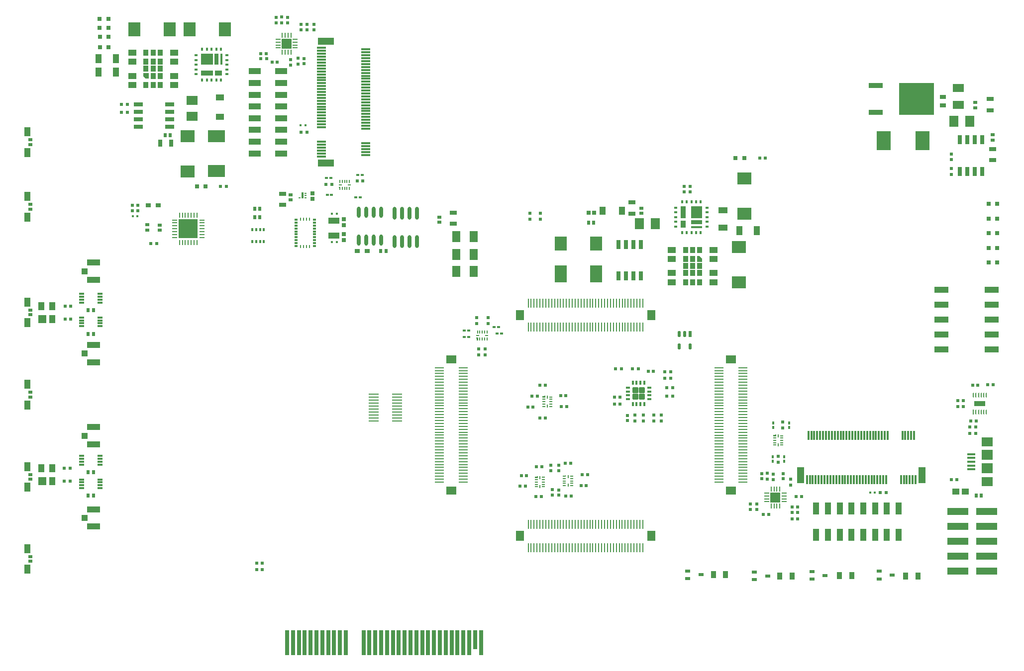
<source format=gtp>
G04*
G04 #@! TF.GenerationSoftware,Altium Limited,Altium Designer,24.4.1 (13)*
G04*
G04 Layer_Color=8421504*
%FSLAX44Y44*%
%MOMM*%
G71*
G04*
G04 #@! TF.SameCoordinates,C219BC17-0EE8-4F2A-9735-B7F9450BE7D0*
G04*
G04*
G04 #@! TF.FilePolarity,Positive*
G04*
G01*
G75*
G04:AMPARAMS|DCode=30|XSize=0.939mm|YSize=0.939mm|CornerRadius=0.0517mm|HoleSize=0mm|Usage=FLASHONLY|Rotation=90.000|XOffset=0mm|YOffset=0mm|HoleType=Round|Shape=RoundedRectangle|*
%AMROUNDEDRECTD30*
21,1,0.9390,0.8357,0,0,90.0*
21,1,0.8357,0.9390,0,0,90.0*
1,1,0.1033,0.4179,0.4179*
1,1,0.1033,0.4179,-0.4179*
1,1,0.1033,-0.4179,-0.4179*
1,1,0.1033,-0.4179,0.4179*
%
%ADD30ROUNDEDRECTD30*%
%ADD31R,1.8231X0.9231*%
%ADD32R,0.5000X0.2000*%
%ADD33R,0.2000X0.5000*%
%ADD34R,0.5000X0.2000*%
%ADD35R,0.2000X0.5000*%
%ADD36R,0.9000X0.8000*%
%ADD37R,0.5000X0.6000*%
%ADD38R,0.6000X0.5000*%
%ADD39R,0.9000X1.2000*%
%ADD40R,1.0500X1.6000*%
%ADD41R,1.6000X1.0500*%
%ADD42R,0.6400X0.6000*%
%ADD43R,0.6000X0.6400*%
%ADD44R,1.3000X0.7000*%
%ADD45R,0.7000X1.3000*%
%ADD46R,1.5499X0.2499*%
%ADD47R,1.7000X1.3500*%
%ADD48R,1.3500X1.7000*%
%ADD49R,0.2499X1.5499*%
%ADD50R,0.9000X0.5000*%
%ADD51R,1.0000X0.7200*%
%ADD52R,0.7112X4.1910*%
%ADD53R,0.7112X3.2004*%
%ADD54R,0.5321X1.0383*%
G04:AMPARAMS|DCode=55|XSize=1.0383mm|YSize=0.5321mm|CornerRadius=0.2661mm|HoleSize=0mm|Usage=FLASHONLY|Rotation=270.000|XOffset=0mm|YOffset=0mm|HoleType=Round|Shape=RoundedRectangle|*
%AMROUNDEDRECTD55*
21,1,1.0383,0.0000,0,0,270.0*
21,1,0.5061,0.5321,0,0,270.0*
1,1,0.5321,0.0000,-0.2531*
1,1,0.5321,0.0000,0.2531*
1,1,0.5321,0.0000,0.2531*
1,1,0.5321,0.0000,-0.2531*
%
%ADD55ROUNDEDRECTD55*%
%ADD56O,0.6000X2.2000*%
%ADD57O,0.6000X1.9000*%
%ADD58R,0.4750X0.3500*%
%ADD59R,0.2500X0.4750*%
%ADD60R,0.3500X0.5000*%
%ADD61R,1.8000X0.2500*%
%ADD62R,1.0000X1.4000*%
%ADD63R,1.4000X1.4000*%
%ADD64R,1.1200X2.1050*%
%ADD65R,1.0500X1.0000*%
%ADD66R,2.2000X1.0500*%
%ADD67R,0.9000X0.2600*%
%ADD68R,0.2600X0.9000*%
%ADD69R,3.2500X3.2500*%
%ADD70R,0.8500X0.3000*%
%ADD71R,1.4500X1.9000*%
%ADD72R,1.1000X1.3500*%
%ADD73R,1.9900X2.3300*%
%ADD74R,0.7393X0.6725*%
%ADD75R,1.5000X1.8500*%
%ADD76R,0.9000X1.0000*%
%ADD77C,0.7413*%
%ADD78R,1.4000X1.0000*%
G04:AMPARAMS|DCode=79|XSize=1.55mm|YSize=0.6mm|CornerRadius=0.051mm|HoleSize=0mm|Usage=FLASHONLY|Rotation=90.000|XOffset=0mm|YOffset=0mm|HoleType=Round|Shape=RoundedRectangle|*
%AMROUNDEDRECTD79*
21,1,1.5500,0.4980,0,0,90.0*
21,1,1.4480,0.6000,0,0,90.0*
1,1,0.1020,0.2490,0.7240*
1,1,0.1020,0.2490,-0.7240*
1,1,0.1020,-0.2490,-0.7240*
1,1,0.1020,-0.2490,0.7240*
%
%ADD79ROUNDEDRECTD79*%
%ADD80R,2.4000X3.3000*%
%ADD81R,0.5000X0.5000*%
%ADD82R,1.3061X1.0582*%
%ADD83R,0.4750X0.5000*%
%ADD84R,2.4400X1.1300*%
%ADD85R,0.2225X0.8397*%
G04:AMPARAMS|DCode=86|XSize=0.8397mm|YSize=0.2225mm|CornerRadius=0.1112mm|HoleSize=0mm|Usage=FLASHONLY|Rotation=90.000|XOffset=0mm|YOffset=0mm|HoleType=Round|Shape=RoundedRectangle|*
%AMROUNDEDRECTD86*
21,1,0.8397,0.0000,0,0,90.0*
21,1,0.6172,0.2225,0,0,90.0*
1,1,0.2225,0.0000,0.3086*
1,1,0.2225,0.0000,-0.3086*
1,1,0.2225,0.0000,-0.3086*
1,1,0.2225,0.0000,0.3086*
%
%ADD86ROUNDEDRECTD86*%
%ADD87R,0.4500X0.4500*%
%ADD88R,0.7200X0.7200*%
%ADD89R,3.6800X1.2700*%
G04:AMPARAMS|DCode=90|XSize=0.3mm|YSize=0.75mm|CornerRadius=0.0495mm|HoleSize=0mm|Usage=FLASHONLY|Rotation=180.000|XOffset=0mm|YOffset=0mm|HoleType=Round|Shape=RoundedRectangle|*
%AMROUNDEDRECTD90*
21,1,0.3000,0.6510,0,0,180.0*
21,1,0.2010,0.7500,0,0,180.0*
1,1,0.0990,-0.1005,0.3255*
1,1,0.0990,0.1005,0.3255*
1,1,0.0990,0.1005,-0.3255*
1,1,0.0990,-0.1005,-0.3255*
%
%ADD90ROUNDEDRECTD90*%
G04:AMPARAMS|DCode=91|XSize=0.3mm|YSize=0.75mm|CornerRadius=0.0495mm|HoleSize=0mm|Usage=FLASHONLY|Rotation=90.000|XOffset=0mm|YOffset=0mm|HoleType=Round|Shape=RoundedRectangle|*
%AMROUNDEDRECTD91*
21,1,0.3000,0.6510,0,0,90.0*
21,1,0.2010,0.7500,0,0,90.0*
1,1,0.0990,0.3255,0.1005*
1,1,0.0990,0.3255,-0.1005*
1,1,0.0990,-0.3255,-0.1005*
1,1,0.0990,-0.3255,0.1005*
%
%ADD91ROUNDEDRECTD91*%
%ADD92R,1.9000X1.1000*%
%ADD93R,0.8890X1.2954*%
%ADD94R,0.8890X2.1082*%
%ADD95R,1.8796X2.1082*%
%ADD96R,1.8796X0.6604*%
%ADD97R,1.8796X0.3556*%
%ADD98R,0.3302X0.5080*%
%ADD99R,0.5080X0.3302*%
%ADD100R,1.9000X1.8000*%
%ADD101R,1.3500X0.4000*%
%ADD102R,5.9182X5.5118*%
%ADD103R,2.4892X0.9398*%
%ADD104R,3.0000X2.0000*%
%ADD105R,2.3300X1.9900*%
%ADD106R,0.3000X1.5500*%
%ADD107R,1.2000X2.7500*%
%ADD108R,0.8128X0.2540*%
%ADD109R,0.2540X0.8128*%
%ADD110R,1.8034X1.8034*%
%ADD111R,0.8000X0.8000*%
%ADD112R,0.8000X0.5000*%
%ADD113R,1.0000X1.5000*%
%ADD114R,0.5500X0.5500*%
G04:AMPARAMS|DCode=115|XSize=1.55mm|YSize=0.6mm|CornerRadius=0.051mm|HoleSize=0mm|Usage=FLASHONLY|Rotation=0.000|XOffset=0mm|YOffset=0mm|HoleType=Round|Shape=RoundedRectangle|*
%AMROUNDEDRECTD115*
21,1,1.5500,0.4980,0,0,0.0*
21,1,1.4480,0.6000,0,0,0.0*
1,1,0.1020,0.7240,-0.2490*
1,1,0.1020,-0.7240,-0.2490*
1,1,0.1020,-0.7240,0.2490*
1,1,0.1020,0.7240,0.2490*
%
%ADD115ROUNDEDRECTD115*%
%ADD116R,0.3700X0.2400*%
%ADD117R,0.4000X1.0800*%
%ADD118R,2.1050X1.1200*%
%ADD119R,0.4500X0.5000*%
%ADD120R,0.5500X0.5500*%
%ADD121R,0.5000X0.4500*%
%ADD122R,1.5500X0.3000*%
%ADD123R,2.7500X1.2000*%
%ADD124R,1.2954X0.8890*%
%ADD125R,2.1082X0.8890*%
%ADD126R,2.1082X1.8796*%
%ADD127R,0.6604X1.8796*%
%ADD128R,0.3556X1.8796*%
%ADD129R,2.0000X3.0000*%
%ADD130R,1.8500X1.5000*%
%ADD131R,1.3500X1.1000*%
%ADD132R,0.6725X0.7393*%
%ADD133R,1.9000X1.4500*%
%ADD134R,1.9000X1.5750*%
G36*
X223500Y998000D02*
X219000D01*
X214500Y1002500D01*
Y1008000D01*
X223500D01*
Y998000D01*
D02*
G37*
G36*
X550000Y808500D02*
X548000D01*
Y812000D01*
X547000D01*
Y813500D01*
X550000D01*
Y808500D01*
D02*
G37*
G36*
X1165500Y691500D02*
Y686000D01*
X1156500D01*
Y696000D01*
X1161000D01*
X1165500Y691500D01*
D02*
G37*
G36*
X784000Y552500D02*
X782000D01*
Y556000D01*
X781000D01*
Y557500D01*
X784000D01*
Y552500D01*
D02*
G37*
G36*
X898500Y455000D02*
X893500D01*
Y457000D01*
X897000D01*
Y458000D01*
X898500D01*
Y455000D01*
D02*
G37*
G36*
X1291500Y389000D02*
X1286500D01*
Y391000D01*
X1290000D01*
Y392000D01*
X1291500D01*
Y389000D01*
D02*
G37*
G36*
X933500Y320000D02*
X928500D01*
Y322000D01*
X932000D01*
Y323000D01*
X933500D01*
Y320000D01*
D02*
G37*
G36*
X885500Y318000D02*
X880500D01*
Y320000D01*
X884000D01*
Y321000D01*
X885500D01*
Y318000D01*
D02*
G37*
D30*
X1051305Y467695D02*
D03*
Y456305D02*
D03*
X1062695D02*
D03*
Y467695D02*
D03*
D31*
X1637751Y444846D02*
D03*
D32*
X564500Y817000D02*
D03*
X549500Y817000D02*
D03*
X798499Y561001D02*
D03*
X783501Y560999D02*
D03*
D33*
X553000Y811000D02*
D03*
X557000D02*
D03*
X561000D02*
D03*
X565000Y811000D02*
D03*
X565000Y823000D02*
D03*
X561000Y822999D02*
D03*
X557000D02*
D03*
X553000D02*
D03*
X549001Y823000D02*
D03*
X787000Y555000D02*
D03*
X791000D02*
D03*
X795000D02*
D03*
X799000Y555000D02*
D03*
X799000Y567000D02*
D03*
X795000Y567000D02*
D03*
X791000D02*
D03*
X787000D02*
D03*
X783000Y567000D02*
D03*
D34*
X1301000Y390000D02*
D03*
Y386000D02*
D03*
Y382000D02*
D03*
Y378000D02*
D03*
Y374000D02*
D03*
X1289000D02*
D03*
Y378000D02*
D03*
Y382000D02*
D03*
Y386000D02*
D03*
X908000Y456000D02*
D03*
Y452000D02*
D03*
Y448000D02*
D03*
Y444000D02*
D03*
Y440000D02*
D03*
X896000D02*
D03*
Y444000D02*
D03*
Y448000D02*
D03*
Y452000D02*
D03*
X943000Y321000D02*
D03*
Y317000D02*
D03*
Y313000D02*
D03*
Y309000D02*
D03*
Y305000D02*
D03*
X931000D02*
D03*
Y309000D02*
D03*
Y313000D02*
D03*
Y317000D02*
D03*
X895000Y319000D02*
D03*
Y315000D02*
D03*
Y311000D02*
D03*
Y307000D02*
D03*
Y303000D02*
D03*
X883000D02*
D03*
Y307000D02*
D03*
Y311000D02*
D03*
Y315000D02*
D03*
D35*
X1295000Y389500D02*
D03*
Y374500D02*
D03*
X902000Y455500D02*
D03*
Y440500D02*
D03*
X937000Y320500D02*
D03*
Y305500D02*
D03*
X889000Y318500D02*
D03*
Y303500D02*
D03*
D36*
X578500Y705000D02*
D03*
X595500D02*
D03*
X239853Y782525D02*
D03*
X222853D02*
D03*
D37*
X578000Y824000D02*
D03*
X588000D02*
D03*
X535000Y818000D02*
D03*
X525000D02*
D03*
X424000Y1032000D02*
D03*
X414000D02*
D03*
X1318000Y259000D02*
D03*
X1328000D02*
D03*
X1047000Y504000D02*
D03*
X1057000D02*
D03*
X1028000D02*
D03*
X1018000D02*
D03*
X1105000Y472000D02*
D03*
X1115000D02*
D03*
X1105000Y457000D02*
D03*
X1115000D02*
D03*
X1102000Y499000D02*
D03*
X1112000D02*
D03*
X1102000Y488000D02*
D03*
X1112000D02*
D03*
X195353Y782525D02*
D03*
X205353D02*
D03*
X195353Y773525D02*
D03*
X205353D02*
D03*
X1273000Y863000D02*
D03*
X1263000D02*
D03*
X356000Y815000D02*
D03*
X346000D02*
D03*
X1632000Y415000D02*
D03*
X1622000D02*
D03*
X493000Y907000D02*
D03*
X483000D02*
D03*
X90000Y313000D02*
D03*
X80000D02*
D03*
X91000Y589000D02*
D03*
X81000D02*
D03*
X90000Y335000D02*
D03*
X80000D02*
D03*
X91000Y611000D02*
D03*
X81000D02*
D03*
X1478000Y293000D02*
D03*
X1468000D02*
D03*
X187000Y954000D02*
D03*
X177000D02*
D03*
X187000Y941000D02*
D03*
X177000D02*
D03*
X407000Y162000D02*
D03*
X417000D02*
D03*
X407000Y173000D02*
D03*
X417000D02*
D03*
X227000Y717000D02*
D03*
X237000D02*
D03*
D38*
X1295000Y355000D02*
D03*
Y345000D02*
D03*
X1302000Y403000D02*
D03*
Y413000D02*
D03*
X478000Y1033000D02*
D03*
Y1023000D02*
D03*
X493000Y1081000D02*
D03*
Y1091000D02*
D03*
X1258000Y274000D02*
D03*
Y264000D02*
D03*
X450000Y1093000D02*
D03*
Y1103000D02*
D03*
X1316000Y306000D02*
D03*
Y316000D02*
D03*
X1276000Y316000D02*
D03*
Y326000D02*
D03*
X796000Y528000D02*
D03*
Y538000D02*
D03*
X801000Y591000D02*
D03*
Y581000D02*
D03*
X785000Y528000D02*
D03*
Y538000D02*
D03*
X782000Y591000D02*
D03*
Y581000D02*
D03*
X1065000Y425000D02*
D03*
Y415000D02*
D03*
X1051000Y425000D02*
D03*
Y415000D02*
D03*
X1096000Y425000D02*
D03*
Y415000D02*
D03*
X1083000Y425000D02*
D03*
Y415000D02*
D03*
X1135000Y805000D02*
D03*
Y815000D02*
D03*
X890000Y769000D02*
D03*
Y759000D02*
D03*
X872000Y769000D02*
D03*
Y759000D02*
D03*
X1145000Y815000D02*
D03*
Y805000D02*
D03*
X1589000Y845000D02*
D03*
Y835000D02*
D03*
Y860000D02*
D03*
Y870000D02*
D03*
D39*
X1398700Y152007D02*
D03*
X1419700D02*
D03*
X1511700Y151007D02*
D03*
X1532700D02*
D03*
X1297360Y151186D02*
D03*
X1318360D02*
D03*
X1184360Y153186D02*
D03*
X1205360D02*
D03*
D40*
X1228492Y739000D02*
D03*
X1257992D02*
D03*
X167750Y1032000D02*
D03*
X138250D02*
D03*
X167750Y1009000D02*
D03*
X138250D02*
D03*
D41*
X1201000Y744250D02*
D03*
Y773750D02*
D03*
D42*
X221000Y749400D02*
D03*
Y740600D02*
D03*
X465000Y800400D02*
D03*
Y791600D02*
D03*
X1062000Y777400D02*
D03*
Y768600D02*
D03*
X717827Y753335D02*
D03*
Y762135D02*
D03*
X242000Y749000D02*
D03*
Y740200D02*
D03*
X1630000Y948600D02*
D03*
Y957400D02*
D03*
X1660000Y893600D02*
D03*
Y902400D02*
D03*
D43*
X980761Y752500D02*
D03*
X971961D02*
D03*
X1640400Y288000D02*
D03*
X1631600D02*
D03*
X129400Y563000D02*
D03*
X120600D02*
D03*
X129400Y288000D02*
D03*
X120600D02*
D03*
X129400Y328000D02*
D03*
X120600D02*
D03*
X129400Y604000D02*
D03*
X120600D02*
D03*
X412686Y776425D02*
D03*
X403886D02*
D03*
X412848Y761987D02*
D03*
X404048D02*
D03*
X627150Y704250D02*
D03*
X618350D02*
D03*
X260400Y902000D02*
D03*
X251600D02*
D03*
D44*
X1046000Y787500D02*
D03*
Y768500D02*
D03*
X1660000Y859370D02*
D03*
Y878370D02*
D03*
X451500Y783000D02*
D03*
Y802000D02*
D03*
X741638Y770000D02*
D03*
Y751000D02*
D03*
X1655000Y944500D02*
D03*
Y963500D02*
D03*
D45*
X243000Y888500D02*
D03*
X262000D02*
D03*
D46*
X1234624Y315932D02*
D03*
X1194126Y450930D02*
D03*
Y315932D02*
D03*
Y310930D02*
D03*
X1234624D02*
D03*
Y335932D02*
D03*
Y360930D02*
D03*
Y385932D02*
D03*
Y410930D02*
D03*
Y435931D02*
D03*
Y460930D02*
D03*
Y485931D02*
D03*
X1194126Y335932D02*
D03*
Y360930D02*
D03*
Y385932D02*
D03*
Y410930D02*
D03*
Y435931D02*
D03*
Y460930D02*
D03*
Y485931D02*
D03*
Y320930D02*
D03*
X1234624D02*
D03*
X1194126Y455931D02*
D03*
X1234624Y420930D02*
D03*
Y405932D02*
D03*
X1194126Y465931D02*
D03*
X1234624Y505931D02*
D03*
X1194126Y480930D02*
D03*
Y505931D02*
D03*
Y490930D02*
D03*
X1234624Y390930D02*
D03*
Y425932D02*
D03*
Y500930D02*
D03*
X1194126Y495931D02*
D03*
X1234624Y395932D02*
D03*
Y480930D02*
D03*
Y465931D02*
D03*
Y490930D02*
D03*
Y415932D02*
D03*
Y400930D02*
D03*
Y430930D02*
D03*
Y445931D02*
D03*
Y450930D02*
D03*
Y475931D02*
D03*
Y440930D02*
D03*
X1194126Y500930D02*
D03*
X1234624Y495931D02*
D03*
X1194126Y475931D02*
D03*
X1234624Y375932D02*
D03*
Y380930D02*
D03*
Y470930D02*
D03*
Y455931D02*
D03*
X1194126Y440930D02*
D03*
Y445931D02*
D03*
X1234624Y345932D02*
D03*
X1194126Y405932D02*
D03*
Y395932D02*
D03*
X1234624Y330930D02*
D03*
X1194126Y420930D02*
D03*
Y380930D02*
D03*
Y370930D02*
D03*
Y350930D02*
D03*
X1234624Y340930D02*
D03*
Y365932D02*
D03*
X1194126Y415932D02*
D03*
Y470930D02*
D03*
Y340930D02*
D03*
Y330930D02*
D03*
X1234624Y325932D02*
D03*
Y355932D02*
D03*
Y370930D02*
D03*
Y350930D02*
D03*
X1194126Y390930D02*
D03*
Y400930D02*
D03*
Y345932D02*
D03*
Y375932D02*
D03*
Y355932D02*
D03*
Y325932D02*
D03*
Y365932D02*
D03*
Y430930D02*
D03*
Y425932D02*
D03*
X717899Y500955D02*
D03*
X758397Y365956D02*
D03*
Y500955D02*
D03*
Y505956D02*
D03*
X717899D02*
D03*
Y480955D02*
D03*
Y455956D02*
D03*
Y430955D02*
D03*
Y405956D02*
D03*
Y380955D02*
D03*
Y355956D02*
D03*
Y330955D02*
D03*
X758397Y480955D02*
D03*
Y455956D02*
D03*
Y430955D02*
D03*
Y405956D02*
D03*
Y380955D02*
D03*
Y355956D02*
D03*
Y330955D02*
D03*
Y495956D02*
D03*
X717899D02*
D03*
X758397Y360955D02*
D03*
X717899Y395956D02*
D03*
Y410955D02*
D03*
X758397Y350955D02*
D03*
X717899Y310955D02*
D03*
X758397Y335956D02*
D03*
Y310955D02*
D03*
Y325956D02*
D03*
X717899Y425956D02*
D03*
Y390955D02*
D03*
Y315956D02*
D03*
X758397Y320955D02*
D03*
X717899Y420955D02*
D03*
Y335956D02*
D03*
Y350955D02*
D03*
Y325956D02*
D03*
Y400955D02*
D03*
Y415956D02*
D03*
Y385956D02*
D03*
Y370955D02*
D03*
Y365956D02*
D03*
Y340955D02*
D03*
Y375956D02*
D03*
X758397Y315956D02*
D03*
X717899Y320955D02*
D03*
X758397Y340955D02*
D03*
X717899Y440955D02*
D03*
Y435956D02*
D03*
Y345956D02*
D03*
Y360955D02*
D03*
X758397Y375956D02*
D03*
Y370955D02*
D03*
X717899Y470955D02*
D03*
X758397Y410955D02*
D03*
Y420955D02*
D03*
X717899Y485956D02*
D03*
X758397Y395956D02*
D03*
Y435956D02*
D03*
Y445956D02*
D03*
Y465956D02*
D03*
X717899Y475956D02*
D03*
Y450955D02*
D03*
X758397Y400955D02*
D03*
Y345956D02*
D03*
Y475956D02*
D03*
Y485956D02*
D03*
X717899Y490955D02*
D03*
Y460955D02*
D03*
Y445956D02*
D03*
Y465956D02*
D03*
X758397Y425956D02*
D03*
Y415956D02*
D03*
Y470955D02*
D03*
Y440955D02*
D03*
Y460955D02*
D03*
Y490955D02*
D03*
Y450955D02*
D03*
Y385956D02*
D03*
Y390955D02*
D03*
D47*
X1214261Y296693D02*
D03*
Y520193D02*
D03*
X738261D02*
D03*
Y296693D02*
D03*
D48*
X855011Y595193D02*
D03*
X1078511D02*
D03*
Y219193D02*
D03*
X855011D02*
D03*
D49*
X949273Y575058D02*
D03*
X944274D02*
D03*
X1009273D02*
D03*
X1049273D02*
D03*
X1019273D02*
D03*
X999273D02*
D03*
X1029273D02*
D03*
X974274D02*
D03*
X984274D02*
D03*
X1024274Y615556D02*
D03*
X1004274D02*
D03*
X1019273D02*
D03*
X1049273D02*
D03*
X1044274Y575058D02*
D03*
X1034274D02*
D03*
X904275D02*
D03*
X959273D02*
D03*
X1009273Y615556D02*
D03*
X1034274D02*
D03*
X1024274Y575058D02*
D03*
X1004274D02*
D03*
X994274D02*
D03*
X954274D02*
D03*
X1044274Y615556D02*
D03*
X979273Y575058D02*
D03*
X969273D02*
D03*
X1029273Y615556D02*
D03*
X929273Y575058D02*
D03*
X934274D02*
D03*
X919273Y615556D02*
D03*
X904275D02*
D03*
X994274D02*
D03*
X999273D02*
D03*
X899273Y575058D02*
D03*
X879273Y615556D02*
D03*
X874275Y575058D02*
D03*
X934274Y615556D02*
D03*
X899273D02*
D03*
X924274D02*
D03*
X929273D02*
D03*
X944274D02*
D03*
X974274D02*
D03*
X959273D02*
D03*
X884275D02*
D03*
X909273D02*
D03*
X894275D02*
D03*
X979273D02*
D03*
X879273Y575058D02*
D03*
X874275Y615556D02*
D03*
X949273D02*
D03*
X984274D02*
D03*
X884275Y575058D02*
D03*
X869273D02*
D03*
X894275D02*
D03*
X869273Y615556D02*
D03*
X909273Y575058D02*
D03*
X969273Y615556D02*
D03*
X954274D02*
D03*
X919273Y575058D02*
D03*
X1054274Y615556D02*
D03*
Y575058D02*
D03*
X889273D02*
D03*
X914274D02*
D03*
X939273D02*
D03*
X964274D02*
D03*
X989273D02*
D03*
X1014274D02*
D03*
X1039273D02*
D03*
X889273Y615556D02*
D03*
X914274D02*
D03*
X939273D02*
D03*
X964274D02*
D03*
X989273D02*
D03*
X1014274D02*
D03*
X1039273D02*
D03*
X1064274D02*
D03*
Y575058D02*
D03*
X1059273D02*
D03*
X924274D02*
D03*
X1059273Y615556D02*
D03*
X984249Y239329D02*
D03*
X989248D02*
D03*
X924250D02*
D03*
X884250D02*
D03*
X914250D02*
D03*
X934250D02*
D03*
X904250D02*
D03*
X959248D02*
D03*
X949248D02*
D03*
X909248Y198831D02*
D03*
X929248D02*
D03*
X914250D02*
D03*
X884250D02*
D03*
X889249Y239329D02*
D03*
X899248D02*
D03*
X1029248D02*
D03*
X974250D02*
D03*
X924250Y198831D02*
D03*
X899248D02*
D03*
X909248Y239329D02*
D03*
X929248D02*
D03*
X939248D02*
D03*
X979248D02*
D03*
X889249Y198831D02*
D03*
X954250Y239329D02*
D03*
X964250D02*
D03*
X904250Y198831D02*
D03*
X1004249Y239329D02*
D03*
X999248D02*
D03*
X1014249Y198831D02*
D03*
X1029248D02*
D03*
X939248D02*
D03*
X934250D02*
D03*
X1034249Y239329D02*
D03*
X1054249Y198831D02*
D03*
X1059248Y239329D02*
D03*
X999248Y198831D02*
D03*
X1034249D02*
D03*
X1009248D02*
D03*
X1004249D02*
D03*
X989248D02*
D03*
X959248D02*
D03*
X974250D02*
D03*
X1049248D02*
D03*
X1024249D02*
D03*
X1039248D02*
D03*
X954250D02*
D03*
X1054249Y239329D02*
D03*
X1059248Y198831D02*
D03*
X984249D02*
D03*
X949248D02*
D03*
X1049248Y239329D02*
D03*
X1064249D02*
D03*
X1039248D02*
D03*
X1064249Y198831D02*
D03*
X1024249Y239329D02*
D03*
X964250Y198831D02*
D03*
X979248D02*
D03*
X1014249Y239329D02*
D03*
X879249Y198831D02*
D03*
Y239329D02*
D03*
X1044249D02*
D03*
X1019248D02*
D03*
X994249D02*
D03*
X969248D02*
D03*
X944250D02*
D03*
X919248D02*
D03*
X894250D02*
D03*
X1044249Y198831D02*
D03*
X1019248D02*
D03*
X994249D02*
D03*
X969248D02*
D03*
X944250D02*
D03*
X919248D02*
D03*
X894250D02*
D03*
X869249D02*
D03*
Y239329D02*
D03*
X874250D02*
D03*
X1009248D02*
D03*
X874250Y198831D02*
D03*
D50*
X1351950Y158507D02*
D03*
Y145507D02*
D03*
X1374450Y152007D02*
D03*
X1163110Y153186D02*
D03*
X1140610Y146686D02*
D03*
Y159686D02*
D03*
X1276860Y151186D02*
D03*
X1254360Y144686D02*
D03*
Y157686D02*
D03*
X1488700Y152507D02*
D03*
X1466200Y146007D02*
D03*
Y159007D02*
D03*
D51*
X1575000Y953100D02*
D03*
Y966900D02*
D03*
D52*
X649000Y37376D02*
D03*
X629000D02*
D03*
X599000D02*
D03*
X719000D02*
D03*
X489000D02*
D03*
X519000D02*
D03*
X679000D02*
D03*
X689000D02*
D03*
X729000D02*
D03*
X759000D02*
D03*
X559000D02*
D03*
X509000D02*
D03*
X499000D02*
D03*
X769000D02*
D03*
X589000D02*
D03*
X539000D02*
D03*
X549000D02*
D03*
X609000D02*
D03*
X619000D02*
D03*
X659000D02*
D03*
X669000D02*
D03*
X699000D02*
D03*
X709000D02*
D03*
X739000D02*
D03*
X749000D02*
D03*
X639000D02*
D03*
X529000D02*
D03*
X459000D02*
D03*
X469000D02*
D03*
X479000D02*
D03*
X789000D02*
D03*
D53*
X779000Y42329D02*
D03*
D54*
X1145000Y563324D02*
D03*
D55*
X1126000D02*
D03*
X1145000Y542000D02*
D03*
X1126000D02*
D03*
X1135500Y563324D02*
D03*
D56*
X680050Y769000D02*
D03*
X667350D02*
D03*
X654650D02*
D03*
X641950D02*
D03*
X680050Y721000D02*
D03*
X667350D02*
D03*
X654650D02*
D03*
X641950D02*
D03*
D57*
X619050Y770500D02*
D03*
X606350D02*
D03*
X593650D02*
D03*
X580950D02*
D03*
X619050Y723500D02*
D03*
X606350D02*
D03*
X593650D02*
D03*
X580950D02*
D03*
D58*
X473966Y758000D02*
D03*
Y753000D02*
D03*
Y748000D02*
D03*
Y743000D02*
D03*
Y738000D02*
D03*
Y733000D02*
D03*
Y728000D02*
D03*
Y723000D02*
D03*
Y718000D02*
D03*
Y713000D02*
D03*
X505216Y718000D02*
D03*
Y723000D02*
D03*
Y728000D02*
D03*
Y733000D02*
D03*
Y738000D02*
D03*
Y743000D02*
D03*
Y748000D02*
D03*
Y758000D02*
D03*
Y753000D02*
D03*
Y713000D02*
D03*
D59*
X497091Y758625D02*
D03*
X487091D02*
D03*
X482091D02*
D03*
Y712375D02*
D03*
X487091D02*
D03*
X492091D02*
D03*
Y758625D02*
D03*
X497091Y712375D02*
D03*
D60*
X413071Y720741D02*
D03*
X419571D02*
D03*
Y741241D02*
D03*
X413071D02*
D03*
X406571D02*
D03*
X400071D02*
D03*
X406571Y720741D02*
D03*
X400071D02*
D03*
D61*
X606350Y460913D02*
D03*
X646350D02*
D03*
Y455833D02*
D03*
X606350D02*
D03*
X646350Y450753D02*
D03*
X606350D02*
D03*
X646350Y445673D02*
D03*
X606350D02*
D03*
X646350Y440593D02*
D03*
X606350D02*
D03*
X646350Y435513D02*
D03*
X606350D02*
D03*
X646350Y430433D02*
D03*
X606350D02*
D03*
X646350Y425353D02*
D03*
X606350D02*
D03*
X646350Y420273D02*
D03*
X606350D02*
D03*
X646350Y415193D02*
D03*
X606350D02*
D03*
Y460913D02*
D03*
X646350D02*
D03*
Y455833D02*
D03*
X606350D02*
D03*
X646350Y450753D02*
D03*
X606350D02*
D03*
X646350Y445673D02*
D03*
X606350D02*
D03*
X646350Y440593D02*
D03*
X606350D02*
D03*
X646350Y435513D02*
D03*
X606350D02*
D03*
X646350Y430433D02*
D03*
X606350D02*
D03*
X646350Y425353D02*
D03*
X606350D02*
D03*
X646350Y420273D02*
D03*
X606350D02*
D03*
X646350Y415193D02*
D03*
X606350D02*
D03*
D62*
X40500Y335000D02*
D03*
X59500D02*
D03*
Y313000D02*
D03*
Y589000D02*
D03*
Y611000D02*
D03*
X40500D02*
D03*
D63*
X42500Y313000D02*
D03*
Y589000D02*
D03*
D64*
X1439376Y266000D02*
D03*
X1459376D02*
D03*
X1479376D02*
D03*
X1499376D02*
D03*
X1439376Y221550D02*
D03*
X1479376D02*
D03*
X1459376D02*
D03*
X1499376D02*
D03*
X1359376Y266000D02*
D03*
X1459376D02*
D03*
X1479376D02*
D03*
X1499376D02*
D03*
X1439376Y221550D02*
D03*
X1479376D02*
D03*
X1459376D02*
D03*
X1499376D02*
D03*
X1359376D02*
D03*
X1419376D02*
D03*
X1399376D02*
D03*
X1379376D02*
D03*
X1439376Y266000D02*
D03*
X1419376D02*
D03*
X1399376D02*
D03*
X1379376D02*
D03*
D65*
X114750Y250000D02*
D03*
Y530000D02*
D03*
Y390000D02*
D03*
Y670000D02*
D03*
D66*
X130000Y235250D02*
D03*
Y264750D02*
D03*
Y515250D02*
D03*
Y544750D02*
D03*
Y404750D02*
D03*
Y375250D02*
D03*
Y684750D02*
D03*
Y655250D02*
D03*
D67*
X267603Y727525D02*
D03*
Y732525D02*
D03*
Y757525D02*
D03*
Y752525D02*
D03*
Y747525D02*
D03*
Y742525D02*
D03*
Y737525D02*
D03*
X314103Y727525D02*
D03*
Y732525D02*
D03*
Y737525D02*
D03*
Y742525D02*
D03*
Y747525D02*
D03*
Y752525D02*
D03*
Y757525D02*
D03*
D68*
X275853Y719275D02*
D03*
X280853D02*
D03*
X285853D02*
D03*
X290853D02*
D03*
X295853D02*
D03*
X300853D02*
D03*
X305853D02*
D03*
X305853Y765775D02*
D03*
X300853D02*
D03*
X295853D02*
D03*
X290853D02*
D03*
X285853D02*
D03*
X280853D02*
D03*
X275853D02*
D03*
D69*
X290853Y742525D02*
D03*
D70*
X140750Y300500D02*
D03*
Y305500D02*
D03*
Y310500D02*
D03*
Y315500D02*
D03*
X109250D02*
D03*
Y310500D02*
D03*
Y305500D02*
D03*
Y300500D02*
D03*
Y616500D02*
D03*
Y621500D02*
D03*
Y626500D02*
D03*
Y631500D02*
D03*
X140750D02*
D03*
Y626500D02*
D03*
Y621500D02*
D03*
Y616500D02*
D03*
Y576500D02*
D03*
Y581500D02*
D03*
Y586500D02*
D03*
Y591500D02*
D03*
X109250D02*
D03*
Y586500D02*
D03*
Y581500D02*
D03*
Y576500D02*
D03*
X140750Y340500D02*
D03*
Y345500D02*
D03*
Y350500D02*
D03*
Y355500D02*
D03*
X109250D02*
D03*
Y350500D02*
D03*
Y345500D02*
D03*
Y340500D02*
D03*
D71*
X746750Y669500D02*
D03*
X776250D02*
D03*
X746750Y729500D02*
D03*
X776250D02*
D03*
Y698500D02*
D03*
X746750D02*
D03*
D72*
X1028500Y773000D02*
D03*
X995500D02*
D03*
D73*
X924800Y717000D02*
D03*
X985000D02*
D03*
X353100Y1082000D02*
D03*
X292900D02*
D03*
X259100Y1082000D02*
D03*
X198900D02*
D03*
D74*
X981027Y769500D02*
D03*
X971695D02*
D03*
D75*
X1058750Y751000D02*
D03*
X1085250D02*
D03*
X1593750Y926000D02*
D03*
X1620250D02*
D03*
D76*
X1137000Y691000D02*
D03*
X1149000D02*
D03*
X1137000Y667000D02*
D03*
X1149000D02*
D03*
X1161000D02*
D03*
X1137000Y679000D02*
D03*
X1149000D02*
D03*
X1161000D02*
D03*
Y651500D02*
D03*
X1149000D02*
D03*
X1137000D02*
D03*
Y706500D02*
D03*
X1149000D02*
D03*
X1161000D02*
D03*
X243000Y1003000D02*
D03*
Y1027000D02*
D03*
X231000D02*
D03*
X219000D02*
D03*
X243000Y1015000D02*
D03*
X219000D02*
D03*
Y1042500D02*
D03*
X231000D02*
D03*
X243000D02*
D03*
Y987500D02*
D03*
X231000D02*
D03*
X219000D02*
D03*
X231000Y1015000D02*
D03*
Y1003000D02*
D03*
D77*
X1160620Y690556D02*
D03*
X219380Y1003444D02*
D03*
D78*
X1113500Y651500D02*
D03*
Y667000D02*
D03*
Y691000D02*
D03*
Y706500D02*
D03*
X1184500Y667000D02*
D03*
Y651500D02*
D03*
Y691000D02*
D03*
Y706500D02*
D03*
X266500Y1042500D02*
D03*
Y1027000D02*
D03*
Y1003000D02*
D03*
Y987500D02*
D03*
X195500Y1027000D02*
D03*
Y1042500D02*
D03*
Y1003000D02*
D03*
Y987500D02*
D03*
D79*
X1022630Y662000D02*
D03*
X1035330D02*
D03*
X1060730Y716000D02*
D03*
X1048030D02*
D03*
X1035330D02*
D03*
X1022630D02*
D03*
X1048030Y662000D02*
D03*
X1060730D02*
D03*
X1642050Y840000D02*
D03*
X1629350D02*
D03*
X1603950Y894000D02*
D03*
X1616650D02*
D03*
X1629350D02*
D03*
X1642050D02*
D03*
X1616650Y840000D02*
D03*
X1603950D02*
D03*
D80*
X1474000Y893000D02*
D03*
X1540000D02*
D03*
D81*
X1631000Y394000D02*
D03*
X1621000D02*
D03*
X1589000Y315000D02*
D03*
X1599000D02*
D03*
D82*
X1597239Y295000D02*
D03*
X1612761D02*
D03*
D83*
X1620875Y405000D02*
D03*
X1631125D02*
D03*
D84*
X1658000Y536700D02*
D03*
Y562100D02*
D03*
Y587500D02*
D03*
Y612900D02*
D03*
Y638300D02*
D03*
X1572000D02*
D03*
Y612900D02*
D03*
Y587500D02*
D03*
Y562100D02*
D03*
Y536700D02*
D03*
D85*
X1626500Y430690D02*
D03*
D86*
X1631000D02*
D03*
X1635500D02*
D03*
X1640000D02*
D03*
X1644500D02*
D03*
X1649000D02*
D03*
Y459000D02*
D03*
X1644500D02*
D03*
X1640000D02*
D03*
X1635500D02*
D03*
X1631000D02*
D03*
X1626500D02*
D03*
D87*
X204353Y763525D02*
D03*
X196353D02*
D03*
X482000Y919000D02*
D03*
X490000D02*
D03*
X1459000Y293000D02*
D03*
X1451000D02*
D03*
X535591Y719500D02*
D03*
X543591D02*
D03*
X535591Y768500D02*
D03*
X543591D02*
D03*
D88*
X555591Y748400D02*
D03*
Y758600D02*
D03*
Y733600D02*
D03*
Y723400D02*
D03*
D89*
X1600250Y260800D02*
D03*
Y235400D02*
D03*
Y210000D02*
D03*
Y184600D02*
D03*
Y159200D02*
D03*
X1649750D02*
D03*
Y260800D02*
D03*
Y235400D02*
D03*
Y210000D02*
D03*
Y184600D02*
D03*
D90*
X1047250Y443750D02*
D03*
X1053750D02*
D03*
X1060250D02*
D03*
X1066750D02*
D03*
Y480250D02*
D03*
X1060250D02*
D03*
X1053750D02*
D03*
X1047250D02*
D03*
D91*
X1075250Y452250D02*
D03*
Y458750D02*
D03*
Y465250D02*
D03*
Y471750D02*
D03*
X1038750D02*
D03*
Y465250D02*
D03*
Y458750D02*
D03*
Y452250D02*
D03*
D92*
X538591Y756000D02*
D03*
Y731000D02*
D03*
D93*
X1133000Y750250D02*
D03*
D94*
Y770250D02*
D03*
D95*
X1156100D02*
D03*
D96*
Y753650D02*
D03*
D97*
Y745550D02*
D03*
D98*
X1163000Y735834D02*
D03*
X1155000D02*
D03*
X1147000D02*
D03*
X1139000D02*
D03*
X1131000D02*
D03*
Y788666D02*
D03*
X1139000D02*
D03*
X1147000D02*
D03*
X1155000D02*
D03*
X1163000D02*
D03*
X346416Y995584D02*
D03*
X338416D02*
D03*
X330416D02*
D03*
X322416D02*
D03*
X314416D02*
D03*
Y1048416D02*
D03*
X322416D02*
D03*
X330416D02*
D03*
X338416D02*
D03*
X346416D02*
D03*
D99*
X1120584Y746250D02*
D03*
Y754250D02*
D03*
Y762250D02*
D03*
Y770250D02*
D03*
Y778250D02*
D03*
X1173416D02*
D03*
Y770250D02*
D03*
Y762250D02*
D03*
Y754250D02*
D03*
Y746250D02*
D03*
X356832Y1038000D02*
D03*
Y1030000D02*
D03*
Y1022000D02*
D03*
Y1014000D02*
D03*
Y1006000D02*
D03*
X304000D02*
D03*
Y1014000D02*
D03*
Y1022000D02*
D03*
Y1030000D02*
D03*
Y1038000D02*
D03*
D100*
X1650000Y357250D02*
D03*
Y334250D02*
D03*
D101*
X1623250Y332750D02*
D03*
Y339250D02*
D03*
Y358750D02*
D03*
Y345750D02*
D03*
Y352250D02*
D03*
D102*
X1529653Y964000D02*
D03*
D103*
X1460438Y941140D02*
D03*
Y986860D02*
D03*
D104*
X339124Y840590D02*
D03*
Y900590D02*
D03*
D105*
X1228000Y650900D02*
D03*
Y711100D02*
D03*
X1237000Y767900D02*
D03*
Y828100D02*
D03*
X290000Y900100D02*
D03*
Y839900D02*
D03*
D106*
X1528500Y315000D02*
D03*
X1523500D02*
D03*
X1518500D02*
D03*
X1513500D02*
D03*
X1508500D02*
D03*
X1503500D02*
D03*
X1526000Y390500D02*
D03*
X1521000D02*
D03*
X1516000D02*
D03*
X1511000D02*
D03*
X1506000D02*
D03*
X1478500Y315000D02*
D03*
X1476000Y390500D02*
D03*
X1473500Y315000D02*
D03*
X1471000Y390500D02*
D03*
X1468500Y315000D02*
D03*
X1466000Y390500D02*
D03*
X1463500Y315000D02*
D03*
X1461000Y390500D02*
D03*
X1458500Y315000D02*
D03*
X1456000Y390500D02*
D03*
X1453500Y315000D02*
D03*
X1451000Y390500D02*
D03*
X1448500Y315000D02*
D03*
X1446000Y390500D02*
D03*
X1443500Y315000D02*
D03*
X1441000Y390500D02*
D03*
X1438500Y315000D02*
D03*
X1436000Y390500D02*
D03*
X1433500Y315000D02*
D03*
X1431000Y390500D02*
D03*
X1428500Y315000D02*
D03*
X1426000Y390500D02*
D03*
X1423500Y315000D02*
D03*
X1421000Y390500D02*
D03*
X1418500Y315000D02*
D03*
X1416000Y390500D02*
D03*
X1413500Y315000D02*
D03*
X1411000Y390500D02*
D03*
X1408500Y315000D02*
D03*
X1406000Y390500D02*
D03*
X1403500Y315000D02*
D03*
X1401000Y390500D02*
D03*
X1398500Y315000D02*
D03*
X1396000Y390500D02*
D03*
X1393500Y315000D02*
D03*
X1391000Y390500D02*
D03*
X1388500Y315000D02*
D03*
X1386000Y390500D02*
D03*
X1383500Y315000D02*
D03*
X1381000Y390500D02*
D03*
X1378500Y315000D02*
D03*
X1376000Y390500D02*
D03*
X1373500Y315000D02*
D03*
X1371000Y390500D02*
D03*
X1368500Y315000D02*
D03*
X1366000Y390500D02*
D03*
X1363500Y315000D02*
D03*
X1361000Y390500D02*
D03*
X1358500Y315000D02*
D03*
X1356000Y390500D02*
D03*
X1353500Y315000D02*
D03*
X1351000Y390500D02*
D03*
X1348500Y315000D02*
D03*
X1346000Y390500D02*
D03*
X1343500Y315000D02*
D03*
X1481000Y390500D02*
D03*
D107*
X1539500Y322750D02*
D03*
X1332500D02*
D03*
D108*
X443522Y1065500D02*
D03*
Y1060500D02*
D03*
Y1055500D02*
D03*
Y1050500D02*
D03*
X472478D02*
D03*
Y1055500D02*
D03*
Y1060500D02*
D03*
Y1065500D02*
D03*
X1304478Y292500D02*
D03*
Y287500D02*
D03*
Y282500D02*
D03*
Y277500D02*
D03*
X1275522D02*
D03*
Y282500D02*
D03*
Y287500D02*
D03*
Y292500D02*
D03*
D109*
X450500Y1043522D02*
D03*
X455500D02*
D03*
X460500D02*
D03*
X465500D02*
D03*
Y1072478D02*
D03*
X460500D02*
D03*
X455500D02*
D03*
X450500D02*
D03*
X1282500Y299478D02*
D03*
X1287500D02*
D03*
X1292500D02*
D03*
X1297500D02*
D03*
Y270522D02*
D03*
X1292500D02*
D03*
X1287500D02*
D03*
X1282500D02*
D03*
D110*
X458000Y1058000D02*
D03*
X1290000Y285000D02*
D03*
D111*
X1652500Y785000D02*
D03*
X1667500D02*
D03*
Y735000D02*
D03*
X1652500D02*
D03*
X1667500Y710000D02*
D03*
X1652500D02*
D03*
X1667500Y685000D02*
D03*
X1652500D02*
D03*
X140000Y1100000D02*
D03*
X155000D02*
D03*
X1652500Y760000D02*
D03*
X1667500D02*
D03*
X1237000Y863000D02*
D03*
X1222000D02*
D03*
X305500Y815000D02*
D03*
X320500D02*
D03*
X155500Y1052000D02*
D03*
X140500D02*
D03*
X155500Y1069500D02*
D03*
X140500D02*
D03*
X155000Y1085000D02*
D03*
X140000D02*
D03*
D112*
X22000Y464000D02*
D03*
Y456000D02*
D03*
Y184000D02*
D03*
Y176000D02*
D03*
Y324000D02*
D03*
Y316000D02*
D03*
Y604000D02*
D03*
Y596000D02*
D03*
Y784000D02*
D03*
Y776000D02*
D03*
Y894000D02*
D03*
Y886000D02*
D03*
D113*
X17000Y477500D02*
D03*
Y442500D02*
D03*
Y197500D02*
D03*
Y162500D02*
D03*
Y337500D02*
D03*
Y302500D02*
D03*
Y617500D02*
D03*
Y582500D02*
D03*
Y797500D02*
D03*
Y762500D02*
D03*
Y907500D02*
D03*
Y872500D02*
D03*
D114*
X1267000Y325500D02*
D03*
Y316500D02*
D03*
X1038000Y424500D02*
D03*
Y415500D02*
D03*
X460000Y1102500D02*
D03*
Y1093500D02*
D03*
X1247000Y273500D02*
D03*
Y264500D02*
D03*
X1286000Y315500D02*
D03*
Y324500D02*
D03*
X1303000Y316500D02*
D03*
Y325500D02*
D03*
X440000Y1093500D02*
D03*
Y1102500D02*
D03*
X488000Y1032500D02*
D03*
Y1023500D02*
D03*
X483000Y1081500D02*
D03*
Y1090500D02*
D03*
X465000Y1030500D02*
D03*
Y1021500D02*
D03*
X505000Y1081500D02*
D03*
Y1090500D02*
D03*
X921000Y339500D02*
D03*
Y330500D02*
D03*
Y288500D02*
D03*
Y297500D02*
D03*
X908000Y339500D02*
D03*
Y330500D02*
D03*
X910000Y289000D02*
D03*
Y298000D02*
D03*
D115*
X205500Y954050D02*
D03*
Y941350D02*
D03*
X259500Y915950D02*
D03*
Y928650D02*
D03*
Y941350D02*
D03*
X205500Y928650D02*
D03*
Y915950D02*
D03*
X259500Y954050D02*
D03*
D116*
X479850Y795026D02*
D03*
X490150D02*
D03*
Y799026D02*
D03*
Y803026D02*
D03*
D117*
X485000Y799026D02*
D03*
D118*
X448500Y990876D02*
D03*
Y970876D02*
D03*
Y950876D02*
D03*
Y930876D02*
D03*
X404050Y990876D02*
D03*
Y970876D02*
D03*
Y950876D02*
D03*
Y1010876D02*
D03*
Y870876D02*
D03*
Y910876D02*
D03*
Y890876D02*
D03*
Y930876D02*
D03*
X448500Y870876D02*
D03*
Y890876D02*
D03*
Y910876D02*
D03*
Y1010876D02*
D03*
Y930876D02*
D03*
Y910876D02*
D03*
Y890876D02*
D03*
Y870876D02*
D03*
X404050Y930876D02*
D03*
Y890876D02*
D03*
Y910876D02*
D03*
Y870876D02*
D03*
D119*
X1285000Y346250D02*
D03*
Y353750D02*
D03*
X1305000Y346250D02*
D03*
Y353750D02*
D03*
X1286000Y411750D02*
D03*
Y404250D02*
D03*
X1313000Y411750D02*
D03*
Y404250D02*
D03*
D120*
X1325500Y286000D02*
D03*
X1334500D02*
D03*
X1318500Y248000D02*
D03*
X1327500D02*
D03*
X1318500Y269000D02*
D03*
X1327500D02*
D03*
X1278500Y256000D02*
D03*
X1269500D02*
D03*
X442500Y1026000D02*
D03*
X433500D02*
D03*
X423500Y1041000D02*
D03*
X414500D02*
D03*
X868500Y439000D02*
D03*
X877500D02*
D03*
X1016500Y456000D02*
D03*
X1025500D02*
D03*
X1016500Y444000D02*
D03*
X1025500D02*
D03*
X1082500Y500000D02*
D03*
X1073500D02*
D03*
X933500Y458000D02*
D03*
X924500D02*
D03*
X889500Y420000D02*
D03*
X898500D02*
D03*
X889500Y476000D02*
D03*
X898500D02*
D03*
X934500Y440000D02*
D03*
X925500D02*
D03*
X875500Y457000D02*
D03*
X884500D02*
D03*
X932500Y343000D02*
D03*
X941500D02*
D03*
X933500Y287000D02*
D03*
X942500D02*
D03*
X883500Y337000D02*
D03*
X892500D02*
D03*
X882500Y286000D02*
D03*
X891500D02*
D03*
X1600750Y450000D02*
D03*
X1609750D02*
D03*
X970000Y324000D02*
D03*
X961000D02*
D03*
X968000Y305000D02*
D03*
X959000D02*
D03*
X857500Y322000D02*
D03*
X866500D02*
D03*
X855500Y304000D02*
D03*
X864500D02*
D03*
X1600750Y440000D02*
D03*
X1609750D02*
D03*
X1634500Y476000D02*
D03*
X1625500D02*
D03*
X1651500Y477000D02*
D03*
X1660500D02*
D03*
D121*
X526250Y829000D02*
D03*
X533750D02*
D03*
X527250Y800000D02*
D03*
X534750D02*
D03*
X586750Y834000D02*
D03*
X579250D02*
D03*
X583750Y796000D02*
D03*
X576250D02*
D03*
X823750Y564000D02*
D03*
X816250D02*
D03*
X818750Y575000D02*
D03*
X811250D02*
D03*
X760250Y569000D02*
D03*
X767750D02*
D03*
X760250Y558000D02*
D03*
X767750D02*
D03*
D122*
X592750Y913000D02*
D03*
X517250Y1050500D02*
D03*
X592750Y1048000D02*
D03*
X517250Y1045500D02*
D03*
X592750Y1043000D02*
D03*
X517250Y1040500D02*
D03*
X592750Y1038000D02*
D03*
X517250Y1035500D02*
D03*
X592750Y1033000D02*
D03*
X517250Y1030500D02*
D03*
X592750Y1028000D02*
D03*
X517250Y1025500D02*
D03*
X592750Y1023000D02*
D03*
X517250Y1020500D02*
D03*
X592750Y1018000D02*
D03*
X517250Y1015500D02*
D03*
X592750Y1013000D02*
D03*
X517250Y1010500D02*
D03*
X592750Y1008000D02*
D03*
X517250Y1005500D02*
D03*
X592750Y1003000D02*
D03*
X517250Y1000500D02*
D03*
X592750Y998000D02*
D03*
X517250Y995500D02*
D03*
X592750Y993000D02*
D03*
X517250Y990500D02*
D03*
X592750Y988000D02*
D03*
X517250Y985500D02*
D03*
X592750Y983000D02*
D03*
X517250Y980500D02*
D03*
X592750Y978000D02*
D03*
X517250Y975500D02*
D03*
X592750Y973000D02*
D03*
X517250Y970500D02*
D03*
X592750Y968000D02*
D03*
X517250Y965500D02*
D03*
X592750Y963000D02*
D03*
X517250Y960500D02*
D03*
X592750Y958000D02*
D03*
X517250Y955500D02*
D03*
X592750Y953000D02*
D03*
X517250Y950500D02*
D03*
X592750Y948000D02*
D03*
X517250Y945500D02*
D03*
X592750Y943000D02*
D03*
X517250Y940500D02*
D03*
X592750Y938000D02*
D03*
X517250Y935500D02*
D03*
X592750Y933000D02*
D03*
X517250Y930500D02*
D03*
X592750Y928000D02*
D03*
X517250Y925500D02*
D03*
X592750Y923000D02*
D03*
X517250Y920500D02*
D03*
X592750Y918000D02*
D03*
X517250Y915500D02*
D03*
X592750Y888000D02*
D03*
Y883000D02*
D03*
Y878000D02*
D03*
Y873000D02*
D03*
Y868000D02*
D03*
X517250Y890500D02*
D03*
Y885500D02*
D03*
Y880500D02*
D03*
Y875500D02*
D03*
Y870500D02*
D03*
Y865500D02*
D03*
D123*
X525000Y1061500D02*
D03*
Y854500D02*
D03*
D124*
X342416Y1008000D02*
D03*
D125*
X322416D02*
D03*
D126*
Y1031100D02*
D03*
D127*
X339016D02*
D03*
D128*
X347116D02*
D03*
D129*
X925000Y666000D02*
D03*
X985000D02*
D03*
D130*
X297500Y960750D02*
D03*
Y934250D02*
D03*
D131*
X345000Y966500D02*
D03*
Y933500D02*
D03*
D132*
X502000Y802666D02*
D03*
Y793334D02*
D03*
D133*
X1601000Y982750D02*
D03*
Y953250D02*
D03*
D134*
X1649998Y311873D02*
D03*
X1650002Y379627D02*
D03*
M02*

</source>
